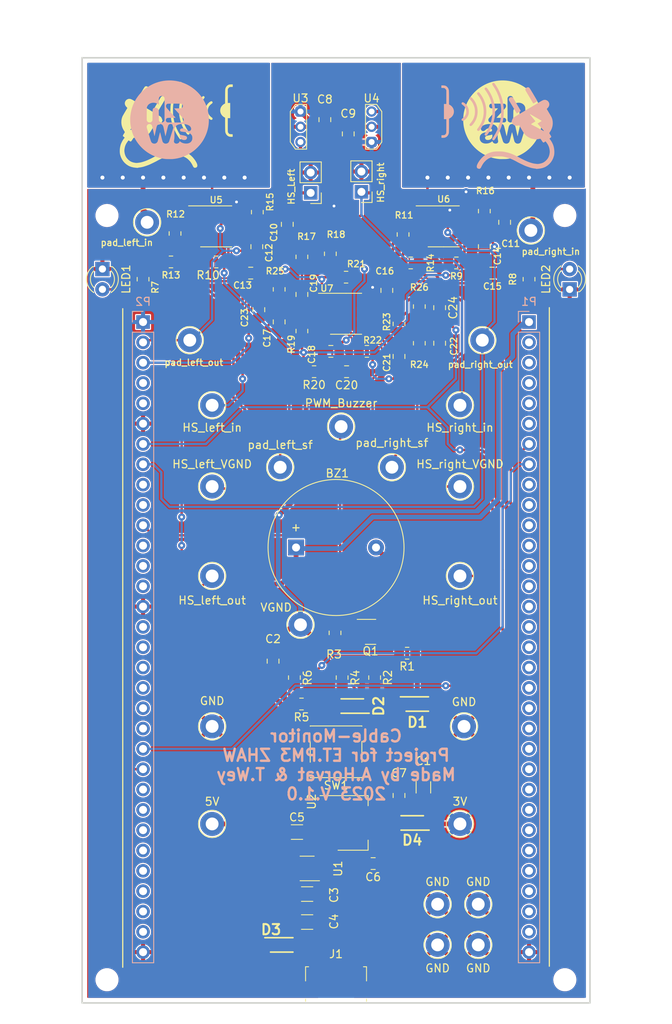
<source format=kicad_pcb>
(kicad_pcb (version 20221018) (generator pcbnew)
  (layers (0 "F.Cu" signal) (31 "B.Cu" signal) (34 "B.Paste" user) (35 "F.Paste" user) (36 "B.SilkS" user "B.Silkscreen") (37 "F.SilkS" user "F.Silkscreen") (38 "B.Mask" user) (39 "F.Mask" user) (44 "Edge.Cuts" user))
  (net 0 "")
  (net 1 "+5V")
  (net 2 "GND")
  (net 3 "PC13")
  (net 4 "PE5")
  (net 5 "PE3")
  (net 6 "PB7")
  (net 7 "Net-(LED1-A)")
  (net 8 "Net-(LED2-A)")
  (net 9 "PG14_")
  (net 12 "PD4")
  (net 13 "PD2")
  (net 14 "PD0_")
  (net 15 "PC11")
  (net 25 "+3V0")
  (net 26 "PF6")
  (net 27 "PF8_")
  (net 30 "PC1_")
  (net 31 "PC3")
  (net 34 "PA5")
  (net 41 "PE7_")
  (net 42 "PE9_")
  (net 43 "PE11_")
  (net 44 "PE13_")
  (net 45 "PE15_")
  (net 49 "PD9_")
  (net 52 "PD15_")
  (net 53 "PG3")
  (net 54 "pad_left")
  (net 56 "pad_right")
  (net 66 "Enable")
  (net 67 "VGND")
  (net 68 "Net-(U2-VI)")
  (net 69 "Net-(C17-Pad2)")
  (net 71 "Net-(BZ1-+)")
  (net 74 "Net-(U7A--)")
  (net 75 "unconnected-(J1-Shield-Pad6)")
  (net 76 "Net-(U7B--)")
  (net 77 "Net-(C21-Pad1)")
  (net 78 "Net-(U5A--)")
  (net 79 "Net-(U5B--)")
  (net 80 "Net-(U6A--)")
  (net 81 "Net-(U6B--)")
  (net 82 "Net-(U7A-+)")
  (net 83 "Net-(U7B-+)")
  (net 84 "/hall-sensor_left_right/in_left")
  (net 85 "/hall-sensor_left_right/in_right")
  (net 86 "Net-(R21-Pad1)")
  (net 87 "Net-(R23-Pad1)")
  (net 88 "Net-(D4-A)")
  (net 89 "Net-(D3-A)")
  (net 90 "Net-(C12-Pad1)")
  (net 91 "Net-(C14-Pad1)")
  (net 92 "Net-(C18-Pad2)")
  (net 93 "Net-(C22-Pad1)")
  (net 94 "Net-(D2-A)")
  (footprint "TestPoint:TestPoint_Loop_D2.60mm_Drill1.6mm_Beaded" (layer "F.Cu") (at 151.384 129.032)
    (fp_text reference "TP14" hide)
    (fp_text value "3V")
  )
  (footprint "Package_TO_SOT_SMD:TSOT-23-6_HandSoldering" (layer "F.Cu") (at 132.275 134.62 180)
    (fp_text reference "U1")
    (fp_text value "SiP32508")
  )
  (footprint "Package_TO_SOT_SMD:SOT-23" (layer "F.Cu") (at 140.208 105.029)
    (fp_text reference "Q1")
    (fp_text value "BSS316N")
  )
  (footprint "Package_SO:SOIC-8_3.9x4.9mm_P1.27mm" (layer "F.Cu") (at 120.904 54.356)
    (fp_text reference "U5")
    (fp_text value "MCP6002-xSN")
  )
  (footprint "Capacitor_SMD:C_0805_2012Metric_Pad1.18x1.45mm_HandSolder" (layer "F.Cu") (at 137.209 72.517 180)
    (fp_text reference "C20")
    (fp_text value "10uF")
  )
  (footprint "Capacitor_SMD:C_0805_2012Metric_Pad1.18x1.45mm_HandSolder" (layer "F.Cu") (at 154.432 56.896 90)
    (fp_text reference "C14")
    (fp_text value "18nF")
  )
  (footprint "Resistor_SMD:R_0805_2012Metric_Pad1.20x1.40mm_HandSolder" (layer "F.Cu") (at 139.749 69.977)
    (fp_text reference "R22")
    (fp_text value "1k")
  )
  (footprint "Package_SO:SOIC-8_3.9x4.9mm_P1.27mm" (layer "F.Cu") (at 149.352 54.356)
    (fp_text reference "U6")
    (fp_text value "MCP6002-xSN")
  )
  (footprint "Button_Switch_SMD:SW_SPST_PTS645" (layer "F.Cu") (at 135.89 120.015)
    (fp_text reference "SW1")
    (fp_text value "On / Off Button")
  )
  (footprint "Resistor_SMD:R_0805_2012Metric_Pad1.20x1.40mm_HandSolder" (layer "F.Cu") (at 145.226 58.928)
    (fp_text reference "R14")
    (fp_text value "7.5k")
  )
  (footprint "TestPoint:TestPoint_Loop_D2.60mm_Drill1.6mm_Beaded" (layer "F.Cu") (at 128.905 84.455)
    (fp_text reference "TP19" hide)
    (fp_text value "pad_left_sf")
  )
  (footprint "Capacitor_SMD:C_0805_2012Metric_Pad1.18x1.45mm_HandSolder" (layer "F.Cu") (at 129.794 54.102 90)
    (fp_text reference "C10")
    (fp_text value "100n")
  )
  (footprint "TestPoint:TestPoint_Loop_D2.60mm_Drill1.6mm_Beaded" (layer "F.Cu") (at 117.602 68.58)
    (fp_text reference "TP12" hide)
    (fp_text value "pad_left_out")
  )
  (footprint "TestPoint:TestPoint_Loop_D2.60mm_Drill1.6mm_Beaded" (layer "F.Cu") (at 151.384 76.708)
    (fp_text reference "TP16" hide)
    (fp_text value "HS_right_in")
  )
  (footprint "LED_THT:LED_D3.0mm" (layer "F.Cu") (at 165.1 62.235 90)
    (fp_text reference "LED2")
    (fp_text value "LEDred_3mm")
  )
  (footprint "TestPoint:TestPoint_Loop_D2.60mm_Drill1.6mm_Beaded" (layer "F.Cu") (at 136.525 79.375)
    (fp_text reference "TP7" hide)
    (fp_text value "PWM_Buzzer")
  )
  (footprint "HW_template:TO-92Flat_wide" (layer "F.Cu") (at 131.445 40.64 -90)
    (fp_text reference "U3")
    (fp_text value "DRV5053_THT")
  )
  (footprint "TestPoint:TestPoint_Loop_D2.60mm_Drill1.6mm_Beaded" (layer "F.Cu") (at 142.875 84.455)
    (fp_text reference "TP20" hide)
    (fp_text value "pad_right_sf")
  )
  (footprint "TestPoint:TestPoint_Loop_D2.60mm_Drill1.6mm_Beaded" (layer "F.Cu") (at 153.67 139.065)
    (fp_text reference "TP4" hide)
    (fp_text value "GND")
  )
  (footprint "Resistor_SMD:R_0805_2012Metric_Pad1.20x1.40mm_HandSolder" (layer "F.Cu") (at 133.145 72.517 180)
    (fp_text reference "R20")
    (fp_text value "100k")
  )
  (footprint "Capacitor_SMD:C_0805_2012Metric_Pad1.18x1.45mm_HandSolder" (layer "F.Cu") (at 125.222 60.198)
    (fp_text reference "C13")
    (fp_text value "330nF")
  )
  (footprint "Capacitor_SMD:C_0805_2012Metric_Pad1.18x1.45mm_HandSolder" (layer "F.Cu") (at 128.778 66.294 90)
    (fp_text reference "C17")
    (fp_text value "100nF")
  )
  (footprint "Resistor_SMD:R_0805_2012Metric_Pad1.20x1.40mm_HandSolder" (layer "F.Cu") (at 131.621 58.166 -90)
    (fp_text reference "R17")
    (fp_text value "18k")
  )
  (footprint "Resistor_SMD:R_0805_2012Metric_Pad1.20x1.40mm_HandSolder" (layer "F.Cu") (at 137.144 60.706)
    (fp_text reference "R21")
    (fp_text value "1M")
  )
  (footprint "Resistor_SMD:R_0805_2012Metric_Pad1.20x1.40mm_HandSolder" (layer "F.Cu") (at 130.683 110.744 -90)
    (fp_text reference "R6")
    (fp_text value "43k")
  )
  (footprint "Capacitor_SMD:C_0805_2012Metric_Pad1.18x1.45mm_HandSolder" (layer "F.Cu") (at 128.016 108.6905 -90)
    (fp_text reference "C2")
    (fp_text value "220nF")
  )
  (footprint "Capacitor_SMD:C_0805_2012Metric_Pad1.18x1.45mm_HandSolder" (layer "F.Cu") (at 137.414 42.799 -90)
    (fp_text reference "C9")
    (fp_text value "100nF")
  )
  (footprint "Resistor_SMD:R_0805_2012Metric_Pad1.20x1.40mm_HandSolder" (layer "F.Cu") (at 135.763 105.156 -90)
    (fp_text reference "R3")
    (fp_text value "100k")
  )
  (footprint "Capacitor_SMD:C_0805_2012Metric_Pad1.18x1.45mm_HandSolder" (layer "F.Cu") (at 142.24 62.357 90)
    (fp_text reference "C16")
    (fp_text value "100n")
  )
  (footprint "TestPoint:TestPoint_Loop_D2.60mm_Drill1.6mm_Beaded" (layer "F.Cu") (at 154.178 68.58)
    (fp_text reference "TP13" hide)
    (fp_text value "pad_right_out")
  )
  (footprint "Package_TO_SOT_SMD:SOT-223-3_TabPin2" (layer "F.Cu") (at 137.99 128.905)
    (fp_text reference "U2")
    (fp_text value "LD1117S33TR")
  )
  (footprint "TestPoint:TestPoint_Loop_D2.60mm_Drill1.6mm_Beaded" (layer "F.Cu") (at 120.396 116.84 180)
    (fp_text reference "TP2" hide)
    (fp_text value "GND")
  )
  (footprint "Resistor_SMD:R_0805_2012Metric_Pad1.20x1.40mm_HandSolder" (layer "F.Cu") (at 111.76 60.96 90)
    (fp_text reference "R7")
    (fp_text value "62")
  )
  (footprint "Resistor_SMD:R_0805_2012Metric_Pad1.20x1.40mm_HandSolder" (layer "F.Cu") (at 136.652 110.744 -90)
    (fp_text reference "R4")
    (fp_text value "10k")
  )
  (footprint "Resistor_SMD:R_0805_2012Metric_Pad1.20x1.40mm_HandSolder" (layer "F.Cu") (at 128.778 62.23 -90)
    (fp_text reference "R25")
    (fp_text value "18k")
  )
  (footprint "MountingHole:MountingHole_2.2mm_M2" (layer "F.Cu") (at 164.5 148.5)
    (fp_text reference "H1" hide)
    (fp_text value "MountingHole")
  )
  (footprint "Resistor_SMD:R_0805_2012Metric_Pad1.20x1.40mm_HandSolder" (layer "F.Cu") (at 126.049 52.578 -90)
    (fp_text reference "R15")
    (fp_text value "560k")
  )
  (footprint "Capacitor_SMD:C_0805_2012Metric_Pad1.18x1.45mm_HandSolder" (layer "F.Cu") (at 131.621 62.865 -90)
    (fp_text reference "C19")
    (fp_text value "10uF")
  )
  (footprint "Capacitor_SMD:C_1206_3216Metric_Pad1.33x1.80mm_HandSolder" (layer "F.Cu") (at 131.005 130.048)
    (fp_text reference "C5")
    (fp_text value "100uF")
  )
  (footprint "Resistor_SMD:R_0805_2012Metric_Pad1.20x1.40mm_HandSolder" (layer "F.Cu") (at 146.304 68.961 -90)
    (fp_text reference "R24")
    (fp_text value "1k")
  )
  (footprint "MountingHole:MountingHole_2.2mm_M2" (layer "F.Cu") (at 107.25 148.5)
    (fp_text reference "H2" hide)
    (fp_text value "MountingHole")
  )
  (footprint "HW_template:TO-92Flat_wide" (layer "F.Cu") (at 140.335 43.18 90)
    (fp_text reference "U4")
    (fp_text value "DRV5053_THT")
  )
  (footprint "TestPoint:TestPoint_Loop_D2.60mm_Drill1.6mm_Beaded" (layer "F.Cu") (at 112.268 53.848)
    (fp_text reference "TP9" hide)
    (fp_text value "pad_left_in")
  )
  (footprint "LED_THT:LED_D3.0mm" (layer "F.Cu") (at 106.68 59.685 -90)
    (fp_text reference "LED1")
    (fp_text value "LEDred_3mm")
  )
  (footprint "Resistor_SMD:R_0805_2012Metric_Pad1.20x1.40mm_HandSolder" (layer "F.Cu") (at 115.759 55.245 -90)
    (fp_text reference "R12")
    (fp_text value "5.1k")
  )
  (footprint "Capacitor_SMD:C_0805_2012Metric_Pad1.18x1.45mm_HandSolder" (layer "F.Cu") (at 148.844 64.516 -90)
    (fp_text reference "C24")
    (fp_text value "100nF")
  )
  (footprint "LOGO" (layer "F.Cu") (at 156.718 41.021)
    (fp_text reference "G***" hide)
    (fp_text value "LOGO" hide)
  )
  (footprint "TestPoint:TestPoint_Loop_D2.60mm_Drill1.6mm_Beaded" (layer "F.Cu") (at 160.25 54.864)
    (fp_text reference "TP10" hide)
    (fp_text value "pad_right_in")
  )
  (footprint "TestPoint:TestPoint_Loop_D2.60mm_Drill1.6mm_Beaded" (layer "F.Cu") (at 120.396 129.032)
    (fp_text reference "TP11" hide)
    (fp_text value "5V")
  )
  (footprint "Capacitor_SMD:C_0805_2012Metric_Pad1.18x1.45mm_HandSolder" (layer "F.Cu") (at 155.386 60.198)
    (fp_text reference "C15")
    (fp_text value "330nF")
  )
  (footprint "Resistor_SMD:R_0805_2012Metric_Pad1.20x1.40mm_HandSolder" (layer "F.Cu") (at 154.432 52.451 -90)
    (fp_text reference "R16")
    (fp_text value "560k")
  )
  (footprint "TestPoint:TestPoint_Loop_D2.60mm_Drill1.6mm_Beaded" (layer "F.Cu") (at 148.59 139.065)
    (fp_text reference "TP5" hide)
    (fp_text value "GND")
  )
  (footprint "Connector_USB:USB_Micro-B_Molex_47346-0001" (layer "F.Cu") (at 135.89 148.59)
    (fp_text reference "J1")
    (fp_text value "USB_B_Micro")
  )
  (footprint "TestPoint:TestPoint_Loop_D2.60mm_Drill1.6mm_Beaded" (layer "F.Cu") (at 151.384 98.044)
    (fp_text reference "TP18" hide)
    (fp_text value "HS_right_out")
  )
  (footprint "Capacitor_SMD:C_1206_3216Metric_Pad1.33x1.80mm_HandSolder" (layer "F.Cu") (at 146.812 124.46 90)
    (fp_text reference "C1")
    (fp_text value "100uF")
  )
  (footprint "TestPoint:TestPoint_Loop_D2.60mm_Drill1.6mm_Beaded" (layer "F.Cu") (at 151.384 86.868)
    (fp_text reference "TP22" hide)
    (fp_text value "HS_right_VGND")
  )
  (footprint "Capacitor_SMD:C_0805_2012Metric_Pad1.18x1.45mm_HandSolder" (layer "F.Cu") (at 156.972 53.848 -90)
    (fp_text reference "C11")
    (fp_text value "100n")
  )
  (footprint "Capacitor_SMD:C_0805_2012Metric_Pad1.18x1.45mm_HandSolder" (layer "F.Cu") (at 134.493 41.021 -90)
    (fp_text reference "C8")
    (fp_text value "100nF")
  )
  (footprint "SS13L_R3G:SODFL3618X143N" (layer "F.Cu") (at 137.922 114.3 180)
    (fp_text reference "D2")
    (fp_text value "SS13L_R3G" hide)
  )
  (footprint "TestPoint:TestPoint_Loop_D2.60mm_Drill1.6mm_Beaded" (layer "F.Cu") (at 120.396 86.868)
    (fp_text reference "TP21" hide)
    (fp_text value "HS_left_VGND")
  )
  (footprint "Resistor_SMD:R_0805_2012Metric_Pad1.20x1.40mm_HandSolder" (layer "F.Cu") (at 144.78 107.696 180)
    (fp_text reference "R1")
    (fp_text value "10k")
  )
  (footprint "TestPoint:TestPoint_Loop_D2.60mm_Drill1.6mm_Beaded" (layer "F.Cu") (at 153.67 144.145)
    (fp_text reference "TP3" hide)
    (fp_text value "GND")
  )
  (footprint "Resistor_SMD:R_0805_2012Metric_Pad1.20x1.40mm_HandSolder" (layer "F.Cu") (at 143.764 66.548 -90)
    (fp_text reference "R23")
    (fp_text value "1M")
  )
  (footprint "SS13L_R3G:SODFL3618X143N" (layer "F.Cu") (at 145.415 128.905 180)
    (fp_text reference "D4")
    (fp_text value "SS13L_R3G" hide)
  )
  (footprint "Resistor_SMD:R_0805_2012Metric_Pad1.20x1.40mm_HandSolder" (layer "F.Cu") (at 144.272 55.372 -90)
    (fp_text reference "R11")
    (fp_text value "5.1k")
  )
  (footprint "Buzzer_Beeper:Buzzer_D14mm_H7mm_P10mm" (layer "F.Cu") (at 130.89 94.488)
    (fp_text reference "BZ1")
    (fp_text value "Buzzer")
  )
  (footprint "Resistor_SMD:R_0805_2012Metric_Pad1.20x1.40mm_HandSolder" (layer "F.Cu") (at 146.304 64.373 -90)
    (fp_text reference "R26")
    (fp_text value "18k")
  )
  (footprint "Resistor_SMD:R_0805_2012Metric_Pad1.20x1.40mm_HandSolder" (layer "F.Cu") (at 120.904 58.801)
    (fp_text reference "R10")
    (fp_text value "1M")
  )
  (footprint "MountingHole:MountingHole_2.2mm_M2" (layer "F.Cu") (at 107.25 53)
    (fp_text reference "H3" hide)
    (fp_text value "MountingHole")
  )
  (footprint "TestPoint:TestPoint_Loop_D2.60mm_Drill1.6mm_Beaded" (layer "F.Cu") (at 148.59 144.145)
    (fp_text reference "TP6" hide)
    (fp_text value "GND")
  )
  (footprint "Resistor_SMD:R_0805_2012Metric_Pad1.20x1.40mm_HandSolder" (layer "F.Cu") (at 150.941 58.928)
    (fp_text reference "R9")
    (fp_text value "1M")
  )
  (footprint "Capacitor_SMD:C_0805_2012Metric_Pad1.18x1.45mm_HandSolder" (layer "F.Cu") (at 135.239 69.977)
    (fp_text reference "C18")
    (fp_text value "100nF")
  )
  (footprint "Resistor_SMD:R_0805_2012Metric_Pad1.20x1.40mm_HandSolder" (layer "F.Cu") (at 131.572 114.046 180)
    (fp_text reference "R5")
    (fp_text value "30k")
  )
  (footprint "Resistor_SMD:R_0805_2012Metric_Pad1.20x1.40mm_HandSolder" (layer "F.Cu") (at 160.02 60.96 90)
    (fp_text reference "R8")
    (fp_text value "62")
  )
  (footprint "Connector_PinHeader_2.54mm:PinHeader_1x02_P2.54mm_Vertical" (layer "F.Cu") (at 132.715 50.17 180)
    (fp_text reference "HS_Left")
    (fp_text value "Conn_01x02_Male")
  )
  (footprint "Capacitor_SMD:C_0805_2012Metric_Pad1.18x1.45mm_HandSolder" (layer "F.Cu") (at 125.984 56.896 90)
    (fp_text reference "C12")
    (fp_text value "18nF")
  )
  (footprint "Resistor_SMD:R_0805_2012Metric_Pad1.20x1.40mm_HandSolder" (layer "F.Cu") (at 135.177 57.785 -90)
    (fp_text reference "R18")
    (fp_text value "18k")
  )
  (footprint "Capacitor_SMD:C_0805_2012Metric_Pad1.18x1.45mm_HandSolder" (layer "F.Cu") (at 126.238 64.77 -90)
    (fp_text reference "C23")
    (fp_text value "100nF")
  )
  (footprint "Capacitor_SMD:C_1206_3216Metric_Pad1.33x1.80mm_HandSolder" (layer "F.Cu") (at 132.275 141.29)
    (fp_text reference "C4")
    (fp_text value "100uF")
  )
  (footprint "TestPoint:TestPoint_Loop_D2.60mm_Drill1.6mm_Beaded" (layer "F.Cu") (at 131.445 104.14)
    (fp_text reference "TP8" hide)
    (fp_text value "VGND")
  )
  (footprint "LOGO" (layer "F.Cu") (at 115.316 40.894)
    (fp_text reference "G***" hide)
    (fp_text value "LOGO" hide)
  )
  (footprint "Resistor_SMD:R_0805_2012Metric_Pad1.20x1.40mm_HandSolder" (layer "F.Cu") (at 131.621 67.437 -90)
    (fp_text reference "R19")
    (fp_text value "100k")
  )
  (footprint "SS13L_R3G:SODFL3618X143N" (layer "F.Cu") (at 146.05 114.046)
    (fp_text reference "D1")
    (fp_text value "SS13L_R3G" hide)
  )
  (footprint "TestPoint:TestPoint_Loop_D2.60mm_Drill1.6mm_Beaded" (layer "F.Cu") (at 120.396 98.044)
    (fp_text reference "TP17" hide)
    (fp_text value "HS_left_out")
  )
  (footprint "Capacitor_SMD:C_1206_3216Metric_Pad1.33x1.80mm_HandSolder" (layer "F.Cu") (at 132.275 137.795)
    (fp_text reference "C3")
    (fp_text value "4.7uF")
  )
  (footprint "MountingHole:MountingHole_2.2mm_M2" (layer "F.Cu") (at 164.5 53)
    (fp_text reference "H4" hide)
    (fp_text value "MountingHole")
  )
  (footprint "Resistor_SMD:R_0805_2012Metric_Pad1.20x1.40mm_HandSolder" (layer "F.Cu") (at 115.251 58.801)
    (fp_text reference "R13")
    (fp_text value "7.5k")
  )
  (footprint "Capacitor_SMD:C_0805_2012Metric_Pad1.18x1.45mm_HandSolder" (layer "F.Cu") (at 143.764 125.476 90)
    (fp_text reference "C7")
    (fp_text value "10uF")
  )
  (footprint "Resistor_SMD:R_0805_2012Metric_Pad1.20x1.40mm_HandSolder" (layer "F.Cu") (at 140.716 110.744 -90)
    (fp_text reference "R2")
    (fp_text value "10k")
  )
  (footprint "TestPoint:TestPoint_Loop_D2.60mm_Drill1.6mm_Beaded" (layer "F.Cu") (at 151.892 116.84 180)
    (fp_text reference "TP1" hide)
    (fp_text value "GND")
  )
  (footprint "SS13L_R3G:SODFL3618X143N" (layer "F.Cu") (at 129.1 144.145)
    (fp_text reference "D3")
    (fp_text value "SS13L_R3G" hide)
  )
  (footprint "Connector_PinHeader_2.54mm:PinHeader_1x02_P2.54mm_Vertical" (layer "F.Cu") (at 139.065 50.043 180)
    (fp_text reference "HS_right")
    (fp_text value "Conn_01x02_Male")
  )
  (footprint "Capacitor_SMD:C_0805_2012Metric_Pad1.18x1.45mm_HandSolder" (layer "F.Cu") (at 148.844 68.961 90)
    (fp_text reference "C22")
    (fp_text value "10uF")
  )
  (footprint "TestPoint:TestPoint_Loop_D2.60mm_Drill1.6mm_Beaded" (layer "F.Cu") (at 120.396 76.708)
    (fp_text reference "TP15" hide)
    (fp_text value "HS_left_in")
  )
  (footprint "Package_SO:SOIC-8_3.9x4.9mm_P1.27mm" (layer "F.Cu") (at 137.144 65.278)
    (fp_text reference "U7")
    (fp_text value "MCP6002-xSN")
  )
  (footprint "Capacitor_SMD:C_0805_2012Metric_Pad1.18x1.45mm_HandSolder" (layer "F.Cu") (at 140.53 133.985 180)
    (fp_text reference "C6")
    (fp_text value "100nF")
  )
  (footprint "Capacitor_SMD:C_0805_2012Metric_Pad1.18x1.45mm_HandSolder" (layer "F.Cu") (at 143.764 70.612 90)
    (fp_text reference "C21")
    (fp_text value "10uF")
  )
  (footprint "Connector_PinSocket_2.54mm:PinSocket_1x32_P2.54mm_Vertical" (layer "B.Cu") (at 160.02 66.31 180)
    (fp_text reference "P1")
    (fp_text value "type=\"R\" model=\"Conn_01x32_Female\" lib=\"\"")
  )
  (footprint "LOGO" (layer "B.Cu") (at 115.062 41.021 180)
    (fp_text reference "G***" hide)
    (fp_text value "LOGO" hide)
  )
  (footprint "Connector_PinSocket_2.54mm:PinSocket_1x32_P2.54mm_Vertical" (layer "B.Cu") (at 111.76 66.31 180)
    (fp_text reference "P2")
    (fp_text value "type=\"R\" model=\"Conn_01x32_Female\" lib=\"\"")
  )
  (footprint "LOGO" (layer "B.Cu") (at 156.718 41.021 180)
    (fp_text reference "G***" hide)
    (fp_text value "LOGO" hide)
  )
  (gr_line (start 162.56 64.516) (end 162.56 146.812) (stroke (width 0.15)) (layer "F.SilkS"))
  (gr_line (start 109.22 64.643) (end 109.22 146.939) (stroke (width 0.15)) (layer "F.SilkS"))
  (gr_rect (start 104.14 33.29) (end 167.64 151.4) (stroke (width 0.2)) (fill none) (layer "Edge.Cuts"))
  (gr_text "Cable-Monitor\nProject for ET.PM3 ZHAW\nMade by A.Horvat & T.Wey\n2023 V.1.0" (at 135.900911 121.666) (layer "B.SilkS") (effects (font (size 1.5 1.5) (thickness 0.3)) (justify mirror)))
  (segment (start 130.3315 138.176) (end 128.27 138.176) (width 0.6) (layer "F.Cu") (net 1))
  (segment (start 130.565 134.62) (end 130.565 135.57) (width 0.6) (layer "F.Cu") (net 1))
  (segment (start 130.89 94.488) (end 130.89 97.202) (width 0.6) (layer "F.Cu") (net 1))
  (segment (start 130.565 135.57) (end 130.565 137.6475) (width 0.6) (layer "F.Cu") (net 1))
  (segment (start 131.91 122.265) (end 139.87 122.265) (width 0.6) (layer "F.Cu") (net 1))
  (segment (start 127.254 99.06) (end 125.984 100.33) (width 0.6) (layer "F.Cu") (net 1))
  (segment (start 128.524 130.9665) (end 129.4425 130.048) (width 0.6) (layer "F.Cu") (net 1))
  (segment (start 127.254 133.858) (end 127.254 132.2365) (width 0.6) (layer "F.Cu") (net 1))
  (segment (start 130.565 137.6475) (end 130.7125 137.795) (width 0.6) (layer "F.Cu") (net 1))
  (segment (start 131.91 122.265) (end 130.465 122.265) (width 0.6) (layer "F.Cu") (net 1))
  (segment (start 130.7125 137.795) (end 130.3315 138.176) (width 0.6) (layer "F.Cu") (net 1))
  (segment (start 129.032 122.936) (end 129.032 129.6375) (width 0.6) (layer "F.Cu") (net 1))
  (segment (start 129.703 122.265) (end 129.032 122.936) (width 0.6) (layer "F.Cu") (net 1))
  (segment (start 127.254 132.2365) (end 128.524 130.9665) (width 0.6) (layer "F.Cu") (net 1))
  (segment (start 128.27 138.176) (end 127.55 138.896) (width 0.6) (layer "F.Cu") (net 1))
  (segment (start 129.032 114.046) (end 129.032 121.412) (width 0.6) (layer "F.Cu") (net 1))
  (segment (start 125.984 110.998) (end 129.032 114.046) (width 0.6) (layer "F.Cu") (net 1))
  (segment (start 126.5895 129.032) (end 120.396 129.032) (width 0.6) (layer "F.Cu") (net 1))
  (segment (start 130.89 97.202) (end 129.032 99.06) (width 0.6) (layer "F.Cu") (net 1))
  (segment (start 128.016 134.62) (end 127.254 133.858) (width 0.6) (layer "F.Cu") (net 1))
  (segment (start 128.524 130.9665) (end 126.5895 129.032) (width 0.6) (layer "F.Cu") (net 1))
  (segment (start 130.565 134.62) (end 128.016 134.62) (width 0.6) (layer "F.Cu") (net 1))
  (segment (start 129.885 122.265) (end 130.465 122.265) (width 0.6) (layer "F.Cu") (net 1))
  (segment (start 129.032 99.06) (end 127.254 99.06) (width 0.6) (layer "F.Cu") (net 1))
  (segment (start 125.984 100.33) (end 125.984 110.998) (width 0.6) (layer "F.Cu") (net 1))
  (segment (start 130.89 94.488) (end 131.144 94.742) (width 0.3) (layer "F.Cu") (net 1))
  (segment (start 129.032 121.412) (end 129.885 122.265) (width 0.6) (layer "F.Cu") (net 1))
  (segment (start 130.465 122.265) (end 129.703 122.265) (width 0.6) (layer "F.Cu") (net 1))
  (segment (start 129.032 129.6375) (end 129.4425 130.048) (width 0.6) (layer "F.Cu") (net 1))
  (segment (start 127.55 138.896) (end 127.55 144.145) (width 0.6) (layer "F.Cu") (net 1))
  (segment (start 140.462 90.678) (end 136.525 94.615) (width 0.6) (layer "B.Cu") (net 1))
  (segment (start 156.21 88.392) (end 153.924 90.678) (width 0.6) (layer "B.Cu") (net 1))
  (segment (start 156.21 72.39) (end 156.21 88.392) (width 0.6) (layer "B.Cu") (net 1))
  (segment (start 160.02 66.31) (end 159.496 66.31) (width 0.6) (layer "B.Cu") (net 1))
  (segment (start 159.496 66.31) (end 157.988 67.818) (width 0.6) (layer "B.Cu") (net 1))
  (segment (start 136.525 94.615) (end 131.017 94.615) (width 0.6) (layer "B.Cu") (net 1))
  (segment (start 131.017 94.615) (end 130.89 94.488) (width 0.6) (layer "B.Cu") (net 1))
  (segment (start 157.988 67.818) (end 157.988 70.612) (width 0.6) (layer "B.Cu") (net 1))
  (segment (start 153.924 90.678) (end 140.462 90.678) (width 0.6) (layer "B.Cu") (net 1))
  (segment (start 157.988 70.612) (end 156.21 72.39) (width 0.6) (layer "B.Cu") (net 1))
  (segment (start 157.734 83.836) (end 157.734 108.458) (width 0.3) (layer "F.Cu") (net 4))
  (segment (start 157.734 108.458) (end 152.146 114.046) (width 0.3) (layer "F.Cu") (net 4))
  (segment (start 160.02 81.55) (end 157.734 83.836) (width 0.3) (layer "F.Cu") (net 4))
  (segment (start 152.146 114.046) (end 147.6 114.046) (width 0.3) (layer "F.Cu") (net 4))
  (segment (start 130.556 114.046) (end 130.048 113.538) (width 0.3) (layer "F.Cu") (net 5))
  (segment (start 130.048 113.538) (end 130.048 112.379) (width 0.3) (layer "F.Cu") (net 5))
  (segment (start 131.588 111.744) (end 133.604 109.728) (width 0.3) (layer "F.Cu") (net 5))
  (segment (start 133.604 109.728) (end 134.112 109.22) (width 0.3) (layer "F.Cu") (net 5))
  (segment (start 130.683 111.744) (end 131.588 111.744) (width 0.3) (layer "F.Cu") (net 5))
  (segment (start 130.572 114.046) (end 130.556 114.046) (width 0.3) (layer "F.Cu") (net 5))
  (segment (start 130.048 112.379) (end 130.683 111.744) (width 0.3) (layer "F.Cu") (net 5))
  (via (at 134.112 109.22) (size 0.9) (drill 0.35) (layers "F.Cu" "B.Cu") (net 5))
  (segment (start 135.636 107.696) (end 153.416 107.696) (width 0.3) (layer "B.Cu") (net 5))
  (segment (start 158.734 84.09) (end 160.02 84.09) (width 0.3) (layer "B.Cu") (net 5))
  (segment (start 134.112 109.22) (end 135.636 107.696) (width 0.3) (layer "B.Cu") (net 5))
  (segment (start 156.718 89.662) (end 157.734 88.646) (width 0.3) (layer "B.Cu") (net 5))
  (segment (start 156.718 104.394) (end 156.718 89.662) (width 0.3) (layer "B.Cu") (net 5))
  (segment (start 153.416 107.696) (end 156.718 104.394) (width 0.3) (layer "B.Cu") (net 5))
  (segment (start 157.734 88.646) (end 157.734 85.09) (width 0.3) (layer "B.Cu") (net 5))
  (segment (start 157.734 85.09) (end 158.734 84.09) (width 0.3) (layer "B.Cu") (net 5))
  (segment (start 107.955 62.225) (end 110.22 59.96) (width 0.3) (layer "F.Cu") (net 7))
  (segment (start 106.68 62.225) (end 107.955 62.225) (width 0.3) (layer "F.Cu") (net 7))
  (segment (start 110.22 59.96) (end 111.76 59.96) (width 0.3) (layer "F.Cu") (net 7))
  (segment (start 165.1 59.695) (end 160.285 59.695) (width 0.3) (layer "F.Cu") (net 8))
  (segment (start 160.285 59.695) (end 160.02 59.96) (width 0.3) (layer "F.Cu") (net 8))
  (segment (start 132.3125 55.1395) (end 129.794 55.1395) (width 0.6) (layer "F.Cu") (net 25))
  (segment (start 152.146 50.038) (end 155.956 50.038) (width 0.6) (layer "F.Cu") (net 25))
  (segment (start 134.493 42.545) (end 135.636 43.688) (width 0.6) (layer "F.Cu") (net 25))
  (segment (start 146.05 107.966) (end 145.78 107.696) (width 0.6) (layer "F.Cu") (net 25))
  (segment (start 132.588 41.148) (end 133.5825 41.148) (width 0.6) (layer "F.Cu") (net 25))
  (segment (start 142.2185 63.373) (end 142.24 63.3945) (width 0.6) (layer "F.Cu") (net 25))
  (segment (start 135.636 43.688) (end 137.2655 43.688) (width 0.6) (layer "F.Cu") (net 25))
  (segment (start 133.5825 41.148) (end 134.493 42.0585) (width 0.6) (layer "F.Cu") (net 25))
  (segment (start 147.092 129.032) (end 146.965 128.905) (width 0.6) (layer "F.Cu") (net 25))
  (segment (start 134.493 42.0585) (end 134.493 42.545) (width 0.6) (layer "F.Cu") (net 25))
  (segment (start 131.445 40.005) (end 132.588 41.148) (width 0.6) (layer "F.Cu") (net 25))
  (segment (start 148.844 124.714) (end 148.844 119.634) (width 0.6) (layer "F.Cu") (net 25))
  (segment (start 137.2655 43.688) (end 137.414 43.8365) (width 0.4) (layer "F.Cu") (net 25))
  (segment (start 151.384 129.032) (end 147.092 129.032) (width 0.6) (layer "F.Cu") (net 25))
  (segment (start 151.827 52.451) (end 150.241 52.451) (width 0.6) (layer "F.Cu") (net 25))
  (segment (start 135.636 43.688) (end 135.636 51.816) (width 0.6) (layer "F.Cu") (net 25))
  (segment (start 150.241 52.451) (end 150.114 52.324) (width 0.6) (layer "F.Cu") (net 25))
  (segment (start 139.619 62.819) (end 140.462 61.976) (width 0.6) (layer "F.Cu") (net 25))
  (segment (start 147.5355 126.0225) (end 148.844 124.714) (width 0.6) (layer "F.Cu") (net 25))
  (segment (start 146.812 128.752) (end 146.965 128.905) (width 0.6) (layer "F.Cu") (net 25))
  (segment (start 123.379 52.451) (end 123.379 51.373) (width 0.6) (layer "F.Cu") (net 25))
  (segment (start 140.335 43.815) (end 137.4355 43.815) (width 0.6) (layer "F.Cu") (net 25))
  (segment (start 156.972 51.054) (end 156.972 52.8105) (width 0.6) (layer "F.Cu") (net 25))
  (segment (start 137.4355 43.815) (end 137.414 43.8365) (width 0.4) (layer "F.Cu") (net 25))
  (segment (start 146.812 126.0225) (end 147.5355 126.0225) (width 0.6) (layer "F.Cu") (net 25))
  (segment (start 155.956 50.038) (end 156.972 51.054) (width 0.6) (layer "F.Cu") (net 25))
  (segment (start 148.844 119.634) (end 146.05 116.84) (width 0.6) (layer "F.Cu") (net 25))
  (segment (start 146.812 126.0225) (end 146.812 128.752) (width 0.6) (layer "F.Cu") (net 25))
  (segment (start 123.379 51.373) (end 123.444 51.308) (width 0.3) (layer "F.Cu") (net 25))
  (segment (start 146.05 116.84) (end 146.05 107.966) (width 0.6) (layer "F.Cu") (net 25))
  (segment (start 139.619 63.373) (end 139.619 62.819) (width 0.6) (layer "F.Cu") (net 25))
  (segment (start 135.636 51.816) (end 132.3125 55.1395) (width 0.6) (layer "F.Cu") (net 25))
  (segment (start 139.619 63.373) (end 142.2185 63.373) (width 0.6) (layer "F.Cu") (net 25))
  (via (at 150.114 52.324) (size 0.9) (drill 0.35) (layers "F.Cu" "B.Cu") (net 25))
  (via (at 135.636 51.816) (size 0.9) (drill 0.35) (layers "F.Cu" "B.Cu") (net 25))
  (via (at 140.462 61.976) (size 0.9) (drill 0.35) (layers "F.Cu" "B.Cu") (net 25))
  (via (at 123.444 51.308) (size 0.9) (drill 0.35) (layers "F.Cu" "B.Cu") (net 25))
  (via (at 152.146 50.038) (size 0.9) (drill 0.35) (layers "F.Cu" "B.Cu") (net 25))
  (segment (start 152.146 50.038) (end 151.13 50.038) (width 0.6) (layer "B.Cu") (net 25))
  (segment (start 150.114 51.054) (end 150.114 52.324) (width 0.6) (layer "B.Cu") (net 25))
  (segment (start 151.13 50.038) (end 150.114 51.054) (width 0.6) (layer "B.Cu") (net 25))
  (segment (start 125.984 55.8585) (end 124.46 57.3825) (width 0.3) (layer "F.Cu") (net 26))
  (segment (start 121.412 54.229) (end 121.412 54.61) (width 0.3) (layer "F.Cu") (net 26))
  (segment (start 121.666 53.467) (end 121.92 53.721) (width 0.3) (layer "F.Cu") (net 26))
  (segment (start 121.92 53.721) (end 121.412 54.229) (width 0.3) (layer "F.Cu") (net 26))
  (segment (start 124.46 57.3825) (end 124.46 57.404) (width 0.25) (layer "F.Cu") (net 26))
  (segment (start 121.666 51.816) (end 121.666 53.467) (width 0.3) (layer "F.Cu") (net 26))
  (segment (start 124.46 57.404) (end 123.444 57.404) (width 0.3) (layer "F.Cu") (net 26))
  (segment (start 112.03 68.58) (end 111.76 68.85) (width 0.3) (layer "F.Cu") (net 26))
  (segment (start 126.049 51.578) (end 125.017 50.546) (width 0.3) (layer "F.Cu") (net 26))
  (segment (start 121.92 53.721) (end 123.379 53.721) (width 0.3) (layer "F.Cu") (net 26))
  (segment (start 125.017 50.546) (end 122.936 50.546) (width 0.3) (layer "F.Cu") (net 26))
  (segment (start 122.936 50.546) (end 121.666 51.816) (width 0.3) (layer "F.Cu") (net 26))
  (segment (start 117.602 68.58) (end 112.03 68.58) (width 0.3) (layer "F.Cu") (net 26))
  (via (at 121.412 54.61) (size 0.9) (drill 0.35) (layers "F.Cu" "B.Cu") (net 26))
  (via (at 123.444 57.404) (size 0.9) (drill 0.35) (layers "F.Cu" "B.Cu") (net 26))
  (segment (start 120.396 58.801) (end 120.396 66.04) (width 0.3) (layer "B.Cu") (net 26))
  (segment (start 121.412 57.023) (end 121.412 54.61) (width 0.3) (layer "B.Cu") (net 26))
  (segment (start 122.428 57.404) (end 123.444 57.404) (width 0.3) (layer "B.Cu") (net 26))
  (segment (start 120.396 66.04) (end 117.856 68.58) (width 0.3) (layer "B.Cu") (net 26))
  (segment (start 117.856 68.58) (end 117.602 68.58) (width 0.3) (layer "B.Cu") (net 26))
  (segment (start 121.793 57.404) (end 120.396 58.801) (width 0.3) (layer "B.Cu") (net 26))
  (segment (start 122.428 57.404) (end 121.793 57.404) (width 0.3) (layer "B.Cu") (net 26))
  (segment (start 121.793 57.404) (end 121.412 57.023) (width 0.3) (layer "B.Cu") (net 26))
  (segment (start 126.238 63.578) (end 126.443 63.373) (width 0.3) (layer "F.Cu") (net 27))
  (segment (start 118.872 99.568) (end 117.856 99.568) (width 0.3) (layer "F.Cu") (net 27))
  (segment (start 116.586 72.898) (end 115.062 71.374) (width 0.3) (layer "F.Cu") (net 27))
  (segment (start 124.968 67.818) (end 124.968 68.326) (width 0.3) (layer "F.Cu") (net 27))
  (segment (start 116.586 98.298) (end 116.586 94.234) (width 0.3) (layer "F.Cu") (net 27))
  (segment (start 124.968 64.008) (end 124.968 67.818) (width 0.3) (layer "F.Cu") (net 27))
  (segment (start 116.586 90.678) (end 116.586 72.898) (width 0.3) (layer "F.Cu") (net 27))
  (segment (start 128.635 63.373) (end 128.778 63.23) (width 0.3) (layer "F.Cu") (net 27))
  (segment (start 120.396 98.044) (end 118.872 99.568) (width 0.3) (layer "F.Cu") (net 27))
  (segment (start 126.443 63.373) (end 128.635 63.373) (width 0.3) (layer "F.Cu") (net 27))
  (segment (start 115.062 71.374) (end 115.046 71.39) (width 0.3) (layer "F.Cu") (net 27))
  (segment (start 117.856 99.568) (end 116.586 98.298) (width 0.3) (layer "F.Cu") (net 27))
  (segment (start 126.238 63.7325) (end 125.2435 63.7325) (width 0.3) (layer "F.Cu") (net 27))
  (segment (start 126.238 63.7325) (end 126.238 63.578) (width 0.3) (layer "F.Cu") (net 27))
  (segment (start 125.2435 63.7325) (end 124.968 64.008) (width 0.3) (layer "F.Cu") (net 27))
  (segment (start 115.046 71.39) (end 111.76 71.39) (width 0.3) (layer "F.Cu") (net 27))
  (via (at 124.968 68.326) (size 0.9) (drill 0.35) (layers "F.Cu" "B.Cu") (net 27))
  (via (at 116.586 90.678) (size 0.9) (drill 0.35) (layers "F.Cu" "B.Cu") (net 27))
  (via (at 116.586 94.234) (size 0.9) (drill 0.35) (layers "F.Cu" "B.Cu") (net 27))
  (segment (start 116.586 94.234) (end 116.586 90.678) (width 0.3) (layer "B.Cu") (net 27))
  (segment (start 124.968 69.342) (end 122.92 71.39) (width 0.3) (layer "B.Cu") (net 27))
  (segment (start 124.968 68.326) (end 124.968 69.342) (width 0.3) (layer "B.Cu") (net 27))
  (segment (start 122.92 71.39) (end 111.76 71.39) (width 0.3) (layer "B.Cu") (net 27))
  (segment (start 150.368 66.802) (end 147.32 66.802) (width 0.3) (layer "F.Cu") (net 30))
  (segment (start 154.178 82.296) (end 155.448 83.566) (width 0.3) (layer "F.Cu") (net 30))
  (segment (start 147.32 66.802) (end 146.304 65.786) (width 0.3) (layer "F.Cu") (net 30))
  (segment (start 146.304 65.786) (end 146.304 65.373) (width 0.3) (layer "F.Cu") (net 30))
  (segment (start 151.384 82.296) (end 154.178 82.296) (width 0.3) (layer "F.Cu") (net 30))
  (segment (start 153.416 98.044) (end 151.384 98.044) (width 0.3) (layer "F.Cu") (net 30))
  (segment (start 150.876 67.31) (end 150.368 66.802) (width 0.3) (layer "F.Cu") (net 30))
  (segment (start 155.448 83.566) (end 155.448 96.012) (width 0.3) (layer "F.Cu") (net 30))
  (segment (start 146.304 65.373) (end 146.717 65.373) (width 0.3) (layer "F.Cu") (net 30))
  (segment (start 146.717 65.373) (end 148.6115 63.4785) (width 0.3) (layer "F.Cu") (net 30))
  (segment (start 148.6115 63.4785) (end 148.844 63.4785) (width 0.3) (layer "F.Cu") (net 30))
  (segment (start 155.448 96.012) (end 153.416 98.044) (width 0.3) (layer "F.Cu") (net 30))
  (via (at 151.384 82.296) (size 0.9) (drill 0.35) (layers "F.Cu" "B.Cu") (net 30))
  (via (at 150.876 67.31) (size 0.9) (drill 0.35) (layers "F.Cu" "B.Cu") (net 30))
  (segment (start 149.86 79.502) (end 149.86 79.756) (width 0.3) (layer "B.Cu") (net 30))
  (segment (start 149.86 81.534) (end 150.622 82.296) (width 0.3) (layer "B.Cu") (net 30))
  (segment (start 124.206 76.962) (end 119.618 81.55) (width 0.3) (layer "B.Cu") (net 30))
  (segment (start 147.32 76.962) (end 124.206 76.962) (width 0.3) (layer "B.Cu") (net 30))
  (segment (start 147.32 76.962) (end 149.86 79.502) (width 0.3) (layer "B.Cu") (net 30))
  (segment (start 149.86 79.756) (end 149.86 81.534) (width 0.3) (layer "B.Cu") (net 30))
  (segment (start 150.876 67.31) (end 150.876 73.406) (width 0.3) (layer "B.Cu") (net 30))
  (segment (start 150.622 82.296) (end 151.384 82.296) (width 0.3) (layer "B.Cu") (net 30))
  (segment (start 119.618 81.55) (end 111.76 81.55) (width 0.3) (layer "B.Cu") (net 30))
  (segment (start 150.876 73.406) (end 147.32 76.962) (width 0.3) (layer "B.Cu") (net 30))
  (segment (start 154.9185 55.8585) (end 155.702 56.642) (width 0.3) (layer "F.Cu") (net 31))
  (segment (start 154.432 55.8585) (end 154.9185 55.8585) (width 0.3) (layer "F.Cu") (net 31))
  (segment (start 149.86 54.356) (end 149.86 55.118) (width 0.3) (layer "F.Cu") (net 31))
  (segment (start 149.733 53.721) (end 150.495 53.721) (width 0.3) (layer "F.Cu") (net 31))
  (segment (start 155.702 56.642) (end 155.702 56.896) (width 0.3) (layer "F.Cu") (net 31))
  (segment (start 154.432 51.451) (end 149.717 51.451) (width 0.3) (layer "F.Cu") (net 31))
  (segment (start 149.717 51.451) (end 149.352 51.816) (width 0.3) (layer "F.Cu") (net 31))
  (segment (start 150.495 53.721) (end 149.86 54.356) (width 0.3) (layer "F.Cu") (net 31))
  (segment (start 150.495 53.721) (end 151.827 53.721) (width 0.3) (layer "F.Cu") (net 31))
  (segment (start 149.352 53.34) (end 149.733 53.721) (width 0.3) (layer "F.Cu") (net 31))
  (segment (start 149.352 51.816) (end 149.352 53.34) (width 0.3) (layer "F.Cu") (net 31))
  (via (at 155.702 56.896) (size 0.9) (drill 0.35) (layers "F.Cu" "B.Cu") (net 31))
  (via (at 149.86 55.118) (size 0.9) (drill 0.35) (layers "F.Cu" "B.Cu") (net 31))
  (segment (start 154.178 88.392) (end 153.162 89.408) (width 0.3) (layer "B.Cu") (net 31))
  (segment (start 113.046 84.09) (end 111.76 84.09) (width 0.3) (layer "B.Cu") (net 31))
  (segment (start 155.702 57.912) (end 155.702 66.294) (width 0.3) (layer "B.Cu") (net 31))
  (segment (start 114.046 88.392) (end 114.046 85.09) (width 0.3) (layer "B.Cu") (net 31))
  (segment (start 115.062 89.408) (end 114.046 88.392) (width 0.3) (layer "B.Cu") (net 31))
  (segment (start 155.194 57.404) (end 155.702 56.896) (width 0.3) (layer "B.Cu") (net 31))
  (segment (start 154.178 67.818) (end 154.178 68.58) (width 0.3) (layer "B.Cu") (net 31))
  (segment (start 154.178 68.58) (end 154.178 88.392) (width 0.3) (layer "B.Cu") (net 31))
  (segment (start 152.146 57.404) (end 155.194 57.404) (width 0.3) (layer "B.Cu") (net 31))
  (segment (start 149.86 55.118) (end 152.146 57.404) (width 0.3) (layer "B.Cu") (net 31))
  (segment (start 155.702 66.294) (end 154.178 67.818) (width 0.3) (layer "B.Cu") (net 31))
  (segment (start 155.194 57.404) (end 155.702 57.912) (width 0.3) (layer "B.Cu") (net 31))
  (segment (start 114.046 85.09) (end 113.046 84.09) (width 0.3) (layer "B.Cu") (net 31))
  (segment (start 153.162 89.408) (end 115.062 89.408) (width 0.3) (layer "B.Cu") (net 31))
  (segment (start 136.525 79.375) (end 136.398 79.502) (width 0.3) (layer "F.Cu") (net 34))
  (segment (start 136.398 93.218) (end 136.144 92.964) (width 0.3) (layer "F.Cu") (net 34))
  (segment (start 136.398 102.108) (end 136.398 93.218) (width 0.3) (layer "F.Cu") (net 34))
  (segment (start 135.763 104.156) (end 135.763 102.743) (width 0.3) (layer "F.Cu") (net 34))
  (segment (start 136.398 92.456) (end 135.89 92.964) (width 0.3) (layer "F.Cu") (net 34))
  (segment (start 136.144 92.964) (end 135.382 92.964) (width 0.3) (layer "F.Cu") (net 34))
  (segment (start 136.398 79.502) (end 136.398 92.456) (width 0.3) (layer "F.Cu") (net 34))
  (segment (start 135.763 102.743) (end 136.398 102.108) (width 0.3) (layer "F.Cu") (net 34))
  (segment (start 135.382 92.964) (end 113.014 92.964) (width 0.3) (layer "F.Cu") (net 34))
  (segment (start 135.89 92.964) (end 135.382 92.964) (width 0.3) (layer "F.Cu") (net 34))
  (segment (start 135.763 104.156) (end 135.84 104.079) (width 0.3) (layer "F.Cu") (net 34))
  (segment (start 113.014 92.964) (end 111.76 91.71) (width 0.3) (layer "F.Cu") (net 34))
  (segment (start 135.84 104.079) (end 139.2705 104.079) (width 0.3) (layer "F.Cu") (net 34))
  (segment (start 160.02 61.96) (end 156.718 65.262) (width 0.3) (layer "F.Cu") (net 44))
  (segment (start 156.718 97.282) (end 156.718 107.696) (width 0.3) (layer "F.Cu") (net 44))
  (segment (start 156.718 65.262) (end 156.718 97.282) (width 0.3) (layer "F.Cu") (net 44))
  (segment (start 152.654 111.76) (end 149.606 111.76) (width 0.3) (layer "F.Cu") (net 44))
  (segment (start 156.718 107.696) (end 152.654 111.76) (width 0.3) (layer "F.Cu") (net 44))
  (via (at 149.606 111.76) (size 0.9) (drill 0.35) (layers "F.Cu" "B.Cu") (net 44))
  (segment (start 149.606 111.76) (end 130.81 111.76) (width 0.3) (layer "B.Cu") (net 44))
  (segment (start 130.81 111.76) (end 122.92 119.65) (width 0.3) (layer "B.Cu") (net 44))
  (segment (start 122.92 119.65) (end 111.76 119.65) (width 0.3) (layer "B.Cu") (net 44))
  (segment (start 109.474 63.246) (end 109.474 121.412) (width 0.3) (layer "F.Cu") (net 45))
  (segment (start 110.76 61.96) (end 109.474 63.246) (width 0.3) (layer "F.Cu") (net 45))
  (segment (start 110.252 122.19) (end 111.76 122.19) (width 0.3) (layer "F.Cu") (net 45))
  (segment (start 111.76 61.96) (end 110.76 61.96) (width 0.3) (layer "F.Cu") (net 45))
  (segment (start 109.474 121.412) (end 110.252 122.19) (width 0.3) (layer "F.Cu") (net 45))
  (segment (start 120.015 54.991) (end 120.396 55.372) (width 0.3) (layer "F.Cu") (net 54))
  (segment (start 118.429 54.991) (end 120.015 54.991) (width 0.3) (layer "F.Cu") (net 54))
  (segment (start 111.76 48.26) (end 111.76 53.34) (width 0.6) (layer "F.Cu") (net 54))
  (segment (start 120.396 55.372) (end 120.396 58.309) (width 0.3) (layer "F.Cu") (net 54))
  (segment (start 120.015 54.991) (end 120.396 54.61) (width 0.3) (layer "F.Cu") (net 54))
  (segment (start 120.396 49.276) (end 119.38 48.26) (width 0.3) (layer "F.Cu") (net 54))
  (segment (start 112.268 53.848) (end 112 53.58) (width 0.6) (layer "F.Cu") (net 54))
  (segment (start 112 53.58) (end 112 52.5) (width 0.6) (layer "F.Cu") (net 54))
  (segment (start 120.396 54.61) (end 120.396 49.276) (width 0.3) (layer "F.Cu") (net 54))
  (segment (start 111.76 53.34) (end 112.268 53.848) (width 0.6) (layer "F.Cu") (net 54))
  (segment (start 120.396 58.309) (end 119.904 58.801) (width 0.25) (layer "F.Cu") (net 54))
  (via (at 124.46 48.26) (size 1) (drill 0.5) (layers "F.Cu" "B.Cu") (net 54))
  (via (at 121.92 48.26) (size 1) (drill 0.5) (layers "F.Cu" "B.Cu") (net 54))
  (via (at 114.3 48.26) (size 1) (drill 0.5) (layers "F.Cu" "B.Cu") (net 54))
  (via (at 119.38 48.26) (size 1) (drill 0.5) (layers "F.Cu" "B.Cu") (net 54))
  (via (at 109.22 48.26) (size 1) (drill 0.5) (layers "F.Cu" "B.Cu") (net 54))
  (via (at 116.84 48.26) (size 1) (drill 0.5) (layers "F.Cu" "B.Cu") (net 54))
  (via (at 106.68 48.26) (size 1) (drill 0.5) (layers "F.Cu" "B.Cu") (net 54))
  (via (at 111.76 48.26) (size 1) (drill 0.5) (layers "F.Cu" "B.Cu") (net 54))
  (segment (start 148.844 55.372) (end 148.463 54.991) (width 0.3) (layer "F.Cu") (net 56))
  (segment (start 149.606 58.928) (end 148.844 58.166) (width 0.3) (layer "F.Cu") (net 56))
  (segment (start 147.32 50.546) (end 148.844 52.07) (width 0.3) (layer "F.Cu") (net 56))
  (segment (start 160.5 54.356) (end 160.5 48.74) (width 0.6) (layer "F.Cu") (net 56))
  (segment (start 160.5 48.74) (end 160.02 48.26) (width 0.6) (layer "F.Cu") (net 56))
  (segment (start 148.463 54.991) (end 146.877 54.991) (width 0.3) (layer "F.Cu") (net 56))
  (segment (start 148.844 54.61) (end 148.463 54.991) (width 0.3) (layer "F.Cu") (net 56))
  (segment (start 147.32 48.26) (end 147.32 50.546) (width 0.3) (layer "F.Cu") (net 56))
  (segment (start 148.844 52.07) (end 148.844 54.61) (width 0.3) (layer "F.Cu") (net 56))
  (segment (start 149.941 58.928) (end 149.606 58.928) (width 0.3) (layer "F.Cu") (net 56))
  (segment (start 148.844 58.166) (end 148.844 55.372) (width 0.3) (layer "F.Cu") (net 56))
  (via (at 152.4 48.26) (size 1) (drill 0.5) (layers "F.Cu" "B.Cu") (net 56))
  (via (at 154.94 48.26) (size 1) (drill 0.5) (layers "F.Cu" "B.Cu") (net 56))
  (via (at 147.32 48.26) (size 1) (drill 0.5) (layers "F.Cu" "B.Cu") (net 56))
  (via (at 149.86 48.26) (size 1) (drill 0.5) (layers "F.Cu" "B.Cu") (net 56))
  (via (at 162.56 48.26) (size 1) (drill 0.5) (layers "F.Cu" "B.Cu") (net 56))
  (via (at 165.1 48.26) (size 1) (drill 0.5) (layers "F.Cu" "B.Cu") (net 56))
  (via (at 157.48 48.26) (size 1) (drill 0.5) (layers "F.Cu" "B.Cu") (net 56))
  (via (at 160.02 48.26) (size 1) (drill 0.5) (layers "F.Cu" "B.Cu") (net 56))
  (segment (start 140.208 114.046) (end 139.726 114.046) (width 0.3) (layer "F.Cu") (net 66))
  (segment (start 132.522 133.67) (end 132.334 133.858) (width 0.3) (layer "F.Cu") (net 66))
  (segment (start 141.732 123.698) (end 141.732 114.808) (width 0.3) (layer "F.Cu") (net 66))
  (segment (start 130.7125 141.29) (end 130.7125 140.8135) (width 0.3) (layer "F.Cu") (net 66))
  (segment (start 137.906 111.744) (end 139.472 113.31) (width 0.3) (layer "F.Cu") (net 66))
  (segment (start 132.334 133.482) (end 132.334 132.842) (width 0.3) (layer "F.Cu") (net 66))
  (segment (start 140.97 114.046) (end 140.208 114.046) (width 0.3) (layer "F.Cu") (net 66))
  (segment (start 141.224 124.206) (end 141.732 123.698) (width 0.3) (layer "F.Cu") (net 66))
  (segment (start 133.604 124.206) (end 141.224 124.206) (width 0.3) (layer "F.Cu") (net 66))
  (segment (start 132.334 132.842) (end 131.064 131.572) (width 0.3) (layer "F.Cu") (net 66))
  (segment (start 144.5 114.046) (end 140.208 114.046) (width 0.3) (layer "F.Cu") (net 66))
  (segment (start 131.064 131.572) (end 131.064 129.032) (width 0.3) (layer "F.Cu") (net 66))
  (segment (start 132.522 133.67) (end 132.334 133.482) (width 0.3) (layer "F.Cu") (net 66))
  (segment (start 132.842 127.254) (end 132.842 124.968) (width 0.3) (layer "F.Cu") (net 66))
  (segment (start 132.334 136.144) (end 132.334 133.858) (width 0.3) (layer "F.Cu") (net 66))
  (segment (start 131.064 129.032) (end 132.842 127.254) (width 0.3) (layer "F.Cu") (net 66))
  (segment (start 132.334 139.192) (end 132.334 136.144) (width 0.3) (layer "F.Cu") (net 66))
  (segment (start 132.08 139.446) (end 132.334 139.192) (width 0.3) (layer "F.Cu") (net 66))
  (segment (start 139.726 114.046) (end 139.472 114.3) (width 0.3) (layer "F.Cu") (net 66))
  (segment (start 133.985 133.67) (end 132.522 133.67) (width 0.3) (layer "F.Cu") (net 66))
  (segment (start 130.7125 140.8135) (end 132.08 139.446) (width 0.3) (layer "F.Cu") (net 66))
  (segment (start 141.732 114.808) (end 140.97 114.046) (width 0.3) (layer "F.Cu") (net 66))
  (segment (start 139.472 113.31) (end 139.472 114.3) (width 0.3) (layer "F.Cu") (net 66))
  (segment (start 132.842 124.968) (end 133.604 124.206) (width 0.3) (layer "F.Cu") (net 66))
  (segment (start 136.652 111.744) (end 137.906 111.744) (width 0.3) (layer "F.Cu") (net 66))
  (segment (start 140.97 108.204) (end 143.272 108.204) (width 0.6) (layer "F.Cu") (net 67))
  (segment (start 130.556 104.14) (end 128.016 106.68) (width 0.6) (layer "F.Cu") (net 67))
  (segment (start 133.096 86.106) (end 133.096 82.296) (width 0.6) (layer "F.Cu") (net 67))
  (segment (start 122.428 58.277) (end 121.904 58.801) (width 0.3) (layer "F.Cu") (net 67))
  (segment (start 131.826 72.136) (end 131.826 70.104) (width 0.3) (layer "F.Cu") (net 67))
  (segment (start 150.403622 60.465378) (end 151.941 58.928) (width 0.3) (layer "F.Cu") (net 67))
  (segment (start 131.621 68.437) (end 131.621 69.899) (width 0.3) (layer "F.Cu") (net 67))
  (segment (start 132.145 72.517) (end 132.145 72.455) (width 0.3) (layer "F.Cu") (net 67))
  (segment (start 143.272 108.204) (end 143.78 107.696) (width 0.6) (layer "F.Cu") (net 67))
  (segment (start 132.145 72.455) (end 131.826 72.136) (width 0.3) (layer "F.Cu") (net 67))
  (segment (start 151.941 56.375) (end 151.827 56.261) (width 0.3) (layer "F.Cu") (net 67))
  (segment (start 122.428 56.896) (end 122.428 58.277) (width 0.3) (layer "F.Cu") (net 67))
  (segment (start 132.145 81.345) (end 132.145 72.517) (width 0.6) (layer "F.Cu") (net 67))
  (segment (start 151.941 58.928) (end 151.941 56.375) (width 0.3) (layer "F.Cu") (net 67))
  (segment (start 123.063 56.261) (end 122.428 56.896) (width 0.3) (layer "F.Cu") (net 67))
  (segment (start 140.716 108.458) (end 140.97 108.204) (width 0.6) (layer "F.Cu") (net 67))
  (segment (start 128.778 90.424) (end 133.096 86.106) (width 0.6) (layer "F.Cu") (net 67))
  (segment (start 121.904 58.801) (end 121.904 60.182) (width 0.3) (layer "F.Cu") (net 67))
  (segment (start 128.016 106.68) (end 128.016 107.653) (width 0.6) (layer "F.Cu") (net 67))
  (segment (start 121.904 60.182) (end 121.92 60.198) (width 0.3) (layer "F.Cu") (net 67))
  (segment (start 123.379 56.261) (end 123.063 56.261) (width 0.25) (layer "F.Cu") (net 67))
  (segment (start 131.621 69.899) (end 131.826 70.104) (width 0.3) (layer "F.Cu") (net 67))
  (segment (start 133.096 82.296) (end 132.145 81.345) (width 0.6) (layer "F.Cu") (net 67))
  (segment (start 140.462 108.204) (end 140.716 108.458) (width 0.6) (layer "F.Cu") (net 67))
  (segment (start 135.509 108.204) (end 140.462 108.204) (width 0.6) (layer "F.Cu") (net 67))
  (segment (start 131.445 104.14) (end 130.556 104.14) (width 0.6) (layer "F.Cu") (net 67))
  (segment (start 140.716 109.744) (end 140.716 108.458) (width 0.6) (layer "F.Cu") (net 67))
  (segment (start 131.445 104.14) (end 135.509 108.204) (width 0.6) (layer "F.Cu") (net 67))
  (segment (start 149.606 60.465378) (end 150.403622 60.465378) (width 0.3) (layer "F.Cu") (net 67))
  (via (at 128.778 90.424) (size 0.9) (drill 0.35) (layers "F.Cu" "B.Cu") (net 67))
  (via (at 131.826 70.104) (size 0.9) (drill 0.35) (layers "F.Cu" "B.Cu") (net 67))
  (via (at 121.904 60.182) (size 0.9) (drill 0.35) (layers "F.Cu" "B.Cu") (net 67))
  (via (at 149.606 60.465378) (size 0.9) (drill 0.35) (layers "F.Cu" "B.Cu") (net 67))
  (segment (start 128.651 90.551) (end 128.651 98.933) (width 0.6) (layer "B.Cu") (net 67))
  (segment (start 121.904 60.182) (end 121.92 60.198) (width 0.3) (layer "B.Cu") (net 67))
  (segment (start 128.778 90.424) (end 128.651 90.551) (width 0.6) (layer "B.Cu") (net 67))
  (segment (start 147.32 60.452) (end 144.78 62.992) (width 0.3) (layer "B.Cu") (net 67))
  (segment (start 144.78 62.992) (end 144.78 66.04) (width 0.3) (layer "B.Cu") (net 67))
  (segment (start 144.78 66.04) (end 140.716 70.104) (width 0.3) (layer "B.Cu") (net 67))
  (segment (start 149.592622 60.452) (end 147.32 60.452) (width 0.3) (layer "B.Cu") (net 67))
  (segment (start 140.716 70.104) (end 131.826 70.104) (width 0.3) (layer "B.Cu") (net 67))
  (segment (start 131.445 101.727) (end 131.445 104.14) (width 0.6) (layer "B.Cu") (net 67))
  (segment (start 149.606 60.465378) (end 149.592622 60.452) (width 0.3) (layer "B.Cu") (net 67))
  (segment (start 121.92 61.468) (end 130.556 70.104) (width 0.3) (layer "B.Cu") (net 67))
  (segment (start 121.92 60.198) (end 121.92 61.468) (width 0.3) (layer "B.Cu") (net 67))
  (segment (start 128.651 98.933) (end 131.445 101.727) (width 0.6) (layer "B.Cu") (net 67))
  (segment (start 130.556 70.104) (end 131.826 70.104) (width 0.3) (layer "B.Cu") (net 67))
  (segment (start 136.144 132.334) (end 135.969 132.334) (width 0.6) (layer "F.Cu") (net 68))
  (segment (start 136.144 132.334) (end 136.144 134.061) (width 0.6) (layer "F.Cu") (net 68))
  (segment (start 136.144 134.061) (end 135.585 134.62) (width 0.6) (layer "F.Cu") (net 68))
  (segment (start 135.585 134.62) (end 133.985 134.62) (width 0.6) (layer "F.Cu") (net 68))
  (segment (start 136.144 132.334) (end 140.97 132.334) (width 0.6) (layer "F.Cu") (net 68))
  (segment (start 133.985 134.62) (end 133.985 135.57) (width 0.6) (layer "F.Cu") (net 68))
  (segment (start 140.97 132.334) (end 141.5675 132.9315) (width 0.6) (layer "F.Cu") (net 68))
  (segment (start 135.969 132.334) (end 134.84 131.205) (width 0.6) (layer "F.Cu") (net 68))
  (segment (start 141.5675 132.9315) (end 141.5675 133.985) (width 0.6) (layer "F.Cu") (net 68))
  (segment (start 131.621 59.166) (end 131.621 61.8275) (width 0.3) (layer "F.Cu") (net 69))
  (segment (start 130.302 62.103) (end 130.302 65.024) (width 0.3) (layer "F.Cu") (net 69))
  (segment (start 130.302 65.024) (end 130.048 65.278) (width 0.3) (layer "F.Cu") (net 69))
  (segment (start 130.5775 61.8275) (end 130.302 62.103) (width 0.3) (layer "F.Cu") (net 69))
  (segment (start 131.621 61.8275) (end 130.5775 61.8275) (width 0.3) (layer "F.Cu") (net 69))
  (segment (start 130.0265 65.2565) (end 128.778 65.2565) (width 0.3) (layer "F.Cu") (net 69))
  (segment (start 130.048 65.278) (end 130.0265 65.2565) (width 0.3) (layer "F.Cu") (net 69))
  (segment (start 141.986 104.1885) (end 141.1455 105.029) (width 0.6) (layer "F.Cu") (net 71))
  (segment (start 141.986 95.641) (end 141.986 104.1885) (width 0.6) (layer "F.Cu") (net 71))
  (segment (start 140.96 94.615) (end 141.986 95.641) (width 0.6) (layer "F.Cu") (net 71))
  (segment (start 137.16 64.262) (end 137.16 61.69) (width 0.3) (layer "F.Cu") (net 74))
  (segment (start 134.669 64.643) (end 136.779 64.643) (width 0.3) (layer "F.Cu") (net 74))
  (segment (start 137.16 65.024) (end 136.779 64.643) (width 0.3) (layer "F.Cu") (net 74))
  (segment (start 138.749 68.645) (end 137.16 67.056) (width 0.3) (layer "F.Cu") (net 74))
  (segment (start 136.779 64.643) (end 137.16 64.262) (width 0.3) (layer "F.Cu") (net 74))
  (segment (start 138.749 69.977) (end 138.749 68.645) (width 0.3) (layer "F.Cu") (net 74))
  (segment (start 137.16 61.69) (end 138.144 60.706) (width 0.3) (layer "F.Cu") (net 74))
  (segment (start 137.16 67.056) (end 137.16 65.024) (width 0.3) (layer "F.Cu") (net 74))
  (segment (start 139.595 147.215) (end 138.3775 147.215) (width 0.6) (layer "F.Cu") (net 75))
  (segment (start 131.826 148.082) (end 131.826 149.101) (width 0.6) (layer "F.Cu") (net 75))
  (segment (start 133.4025 147.215) (end 132.693 147.215) (width 0.6) (layer "F.Cu") (net 75))
  (segment (start 131.826 149.101) (end 132.515 149.79) (width 0.6) (layer "F.Cu") (net 75))
  (segment (start 139.265 149.787) (end 140.208 148.844) (width 0.6) (layer "F.Cu") (net 75))
  (segment (start 137.44 149.79) (end 139.265 149.79) (width 0.6) (layer "F.Cu") (net 75))
  (segment (start 132.693 147.215) (end 131.826 148.082) (width 0.6) (layer "F.Cu") (net 75))
  (segment (start 140.208 147.828) (end 139.595 147.215) (width 0.6) (layer "F.Cu") (net 75))
  (segment (start 134.74 149.79) (end 137.44 149.79) (width 0.6) (layer "F.Cu") (net 75))
  (segment (start 139.265 149.79) (end 139.265 149.787) (width 0.6) (layer "F.Cu") (net 75))
  (segment (start 140.208 148.844) (end 140.208 147.828) (width 0.6) (layer "F.Cu") (net 75))
  (segment (start 132.515 149.79) (end 134.74 149.79) (width 0.6) (layer "F.Cu") (net 75))
  (segment (start 144.923 67.961) (end 144.51 67.548) (width 0.3) (layer "F.Cu") (net 76))
  (segment (start 140.843 65.913) (end 142.478 67.548) (width 0.3) (layer "F.Cu") (net 76))
  (segment (start 144.51 67.548) (end 143.764 67.548) (width 0.3) (layer "F.Cu") (net 76))
  (segment (start 139.619 65.913) (end 140.843 65.913) (width 0.3) (layer "F.Cu") (net 76))
  (segment (start 142.478 67.548) (end 143.764 67.548) (width 0.3) (layer "F.Cu") (net 76))
  (segment (start 146.304 67.961) (end 144.923 67.961) (width 0.3) (layer "F.Cu") (net 76))
  (segment (start 143.764 72.644) (end 143.002 73.406) (width 0.3) (layer "F.Cu") (net 77))
  (segment (start 140.462 71.628) (end 140.462 70.264) (width 0.3) (layer "F.Cu") (net 77))
  (segment (start 143.764 71.6495) (end 143.764 72.644) (width 0.3) (layer "F.Cu") (net 77))
  (segment (start 143.002 73.406) (end 142.494 73.406) (width 0.3) (layer "F.Cu") (net 77))
  (segment (start 140.462 70.264) (end 140.749 69.977) (width 0.3) (layer "F.Cu") (net 77))
  (via (at 142.494 73.406) (size 0.9) (drill 0.35) (layers "F.Cu" "B.Cu") (net 77))
  (via (at 140.462 71.628) (size 0.9) (drill 0.35) (layers "F.Cu" "B.Cu") (net 77))
  (segment (start 140.97 73.406) (end 140.462 72.898) (width 0.3) (layer "B.Cu") (net 77))
  (segment (start 142.494 73.406) (end 140.97 73.406) (width 0.3) (layer "B.Cu") (net 77))
  (segment (start 140.462 72.898) (end 140.462 71.628) (width 0.3) (layer "B.Cu") (net 77))
  (segment (start 113.03 56.974) (end 113.03 59.944) (width 0.3) (layer "F.Cu") (net 78))
  (segment (start 128.905 81.661) (end 128.905 84.455) (width 0.3) (layer "F.Cu") (net 78))
  (segment (start 119.888 62.23) (end 123.063 65.405) (width 0.3) (layer "F.Cu") (net 78))
  (segment (start 116.967 53.721) (end 118.429 53.721) (width 0.3) (layer "F.Cu") (net 78))
  (segment (start 118.429 52.451) (end 118.429 53.721) (width 0.3) (layer "F.Cu") (net 78))
  (segment (start 116.443 54.245) (end 116.967 53.721) (width 0.3) (layer "F.Cu") (net 78))
  (segment (start 115.759 54.245) (end 116.443 54.245) (width 0.3) (layer "F.Cu") (net 78))
  (segment (start 123.063 75.819) (end 128.905 81.661) (width 0.3) (layer "F.Cu") (net 78))
  (segment (start 115.316 62.23) (end 119.888 62.23) (width 0.3) (layer "F.Cu") (net 78))
  (segment (start 115.759 54.245) (end 113.03 56.974) (width 0.3) (layer "F.Cu") (net 78))
  (segment (start 113.03 59.944) (end 115.316 62.23) (width 0.3) (layer "F.Cu") (net 78))
  (segment (start 123.063 65.405) (end 123.063 75.819) (width 0.3) (layer "F.Cu") (net 78))
  (segment (start 126.049 53.578) (end 126.984 53.578) (width 0.3) (layer "F.Cu") (net 79))
  (segment (start 127.508 59.436) (end 126.746 60.198) (width 0.3) (layer "F.Cu") (net 79))
  (segment (start 125.746 53.578) (end 126.049 53.578) (width 0.3) (layer "F.Cu") (net 79))
  (segment (start 127.508 54.102) (end 127.508 59.436) (width 0.3) (layer "F.Cu") (net 79))
  (segment (start 126.746 60.198) (end 126.2595 60.198) (width 0.3) (layer "F.Cu") (net 79))
  (segment (start 123.379 54.991) (end 123.506 54.864) (width 0.3) (layer "F.Cu") (net 79))
  (segment (start 124.46 54.864) (end 125.746 53.578) (width 0.3) (layer "F.Cu") (net 79))
  (segment (start 126.984 53.578) (end 127.508 54.102) (width 0.3) (layer "F.Cu") (net 79))
  (segment (start 123.506 54.864) (end 124.46 54.864) (width 0.3) (layer "F.Cu") (net 79))
  (segment (start 145.034 82.296) (end 144.018 82.296) (width 0.3) (layer "F.Cu") (net 80))
  (segment (start 143.002 59.944) (end 144.272 61.214) (width 0.3) (layer "F.Cu") (net 80))
  (segment (start 147.066 72.136) (end 146.05 73.152) (width 0.3) (layer "F.Cu") (net 80))
  (segment (start 144.923 53.721) (end 144.272 54.372) (width 0.3) (layer "F.Cu") (net 80))
  (segment (start 142.875 83.439) (end 142.875 84.455) (width 0.3) (layer "F.Cu") (net 80))
  (segment (start 146.877 52.451) (end 146.877 53.721) (width 0.3) (layer "F.Cu") (net 80))
  (segment (start 144.034 54.61) (end 143.256 54.61) (width 0.3) (layer "F.Cu") (net 80))
  (segment (start 144.018 82.296) (end 142.875 83.439) (width 0.3) (layer "F.Cu") (net 80))
  (segment (start 150.114 62.23) (end 151.638 63.754) (width 0.3) (layer "F.Cu") (net 80))
  (segment (start 149.606 72.136) (end 147.066 72.136) (width 0.3) (layer "F.Cu") (net 80))
  (segment (start 148.844 62.23) (end 150.114 62.23) (width 0.3) (layer "F.Cu") (net 80))
  (segment (start 146.05 81.28) (end 145.034 82.296) (width 0.3) (layer "F.Cu") (net 80))
  (segment (start 144.272 61.214) (end 147.828 61.214) (width 0.3) (layer "F.Cu") (net 80))
  (segment (start 151.638 70.104) (end 149.606 72.136) (width 0.3) (layer "F.Cu") (net 80))
  (segment (start 144.272 54.372) (end 144.034 54.61) (width 0.3) (layer "F.Cu") (net 80))
  (segment (start 147.828 61.214) (end 148.844 62.23) (width 0.3) (layer "F.Cu") (net 80))
  (segment (start 146.05 73.152) (end 146.05 81.28) (width 0.3) (layer "F.Cu") (net 80))
  (segment (start 146.877 53.721) (end 144.923 53.721) (width 0.3) (layer "F.Cu") (net 80))
  (segment (start 143.256 54.61) (end 143.002 54.864) (width 0.3) (layer "F.Cu") (net 80))
  (segment (start 143.002 54.864) (end 143.002 59.944) (width 0.3) (layer "F.Cu") (net 80))
  (segment (start 151.638 63.754) (end 151.638 70.104) (width 0.3) (layer "F.Cu") (net 80))
  (segment (start 156.718 56.642) (end 155.702 55.626) (width 0.3) (layer "F.Cu") (net 81))
  (segment (start 153.416 54.61) (end 154.178 54.61) (width 0.3) (layer "F.Cu") (net 81))
  (segment (start 151.827 54.991) (end 153.035 54.991) (width 0.3) (layer "F.Cu") (net 81))
  (segment (start 154.686 54.61) (end 154.432 54.356) (width 0.3) (layer "F.Cu") (net 81))
  (segment (start 155.702 54.864) (end 155.448 54.61) (width 0.3) (layer "F.Cu") (net 81))
  (segment (start 155.702 55.626) (end 155.702 54.864) (width 0.3) (layer "F.Cu") (net 81))
  (segment (start 154.432 53.451) (end 154.432 54.356) (width 0.3) (layer "F.Cu") (net 81))
  (segment (start 156.4235 60.198) (end 156.718 59.9035) (width 0.3) (layer "F.Cu") (net 81))
  (segment (start 156.718 59.9035) (end 156.718 56.642) (width 0.3) (layer "F.Cu") (net 81))
  (segment (start 155.448 54.61) (end 154.686 54.61) (width 0.3) (layer "F.Cu") (net 81))
  (segment (start 154.178 54.61) (end 154.432 54.356) (width 0.3) (layer "F.Cu") (net 81))
  (segment (start 153.035 54.991) (end 153.416 54.61) (width 0.3) (layer "F.Cu") (net 81))
  (segment (start 130.302 67.31) (end 130.302 68.326) (width 0.3) (layer "F.Cu") (net 82))
  (segment (start 131.572 83.058) (end 131.572 85.852) (width 0.3) (layer "F.Cu") (net 82))
  (segment (start 132.842 66.548) (end 131.732 66.548) (width 0.3) (layer "F.Cu") (net 82))
  (segment (start 130.048 68.58) (end 130.048 81.534) (width 0.3) (layer "F.Cu") (net 82))
  (segment (start 131.175 66.437) (end 130.302 67.31) (width 0.3) (layer "F.Cu") (net 82))
  (segment (start 131.732 66.548) (end 131.621 66.437) (width 0.3) (layer "F.Cu") (net 82))
  (segment (start 131.621 66.437) (end 131.175 66.437) (width 0.3) (layer "F.Cu") (net 82))
  (segment (start 134.669 65.913) (end 133.477 65.913) (width 0.3) (layer "F.Cu") (net 82))
  (segment (start 131.572 85.852) (end 130.302 87.122) (width 0.3) (layer "F.Cu") (net 82))
  (segment (start 130.048 81.534) (end 131.572 83.058) (width 0.3) (layer "F.Cu") (net 82))
  (segment (start 120.65 87.122) (end 120.396 86.868) (width 0.3) (layer "F.Cu") (net 82))
  (segment (start 131.621 63.9025) (end 131.621 66.437) (width 0.3) (layer "F.Cu") (net 82))
  (segment (start 133.477 65.913) (end 132.842 66.548) (width 0.3) (layer "F.Cu") (net 82))
  (segment (start 130.302 87.122) (end 120.65 87.122) (width 0.3) (layer "F.Cu") (net 82))
  (segment (start 130.302 68.326) (end 130.048 68.58) (width 0.3) (layer "F.Cu") (net 82))
  (segment (start 136.1715 73.4335) (end 136.1715 72.517) (width 0.3) (layer "F.Cu") (net 83))
  (segment (start 140.335 67.183) (end 141.986 68.834) (width 0.3) (layer "F.Cu") (net 83))
  (segment (start 139.954 73.914) (end 140.462 74.422) (width 0.3) (layer "F.Cu") (net 83))
  (segment (start 145.034 86.868) (end 151.384 86.868) (width 0.3) (layer "F.Cu") (net 83))
  (segment (start 141.224 87.376) (end 144.526 87.376) (width 0.3) (layer "F.Cu") (net 83))
  (segment (start 136.1715 72.517) (end 134.145 72.517) (width 0.3) (layer "F.Cu") (net 83))
  (segment (start 141.986 68.834) (end 141.986 71.882) (width 0.3) (layer "F.Cu") (net 83))
  (segment (start 136.652 73.914) (end 136.1715 73.4335) (width 0.3) (layer "F.Cu") (net 83))
  (segment (start 140.462 86.614) (end 141.224 87.376) (width 0.3) (layer "F.Cu") (net 83))
  (segment (start 139.954 73.914) (end 136.652 73.914) (width 0.3) (layer "F.Cu") (net 83))
  (segment (start 140.462 74.422) (end 140.462 86.614) (width 0.3) (layer "F.Cu") (net 83))
  (segment (start 141.986 71.882) (end 139.954 73.914) (width 0.3) (layer "F.Cu") (net 83))
  (segment (start 139.619 67.183) (end 140.335 67.183) (width 0.3) (layer "F.Cu") (net 83))
  (segment (start 144.526 87.376) (end 145.034 86.868) (width 0.3) (layer "F.Cu") (net 83))
  (segment (start 131.445 43.815) (end 131.445 45.339) (width 0.4) (layer "F.Cu") (net 84))
  (segment (start 131.621 57.166) (end 129.302 57.166) (width 0.3) (layer "F.Cu") (net 84))
  (segment (start 130.556 49.276) (end 131.45 50.17) (width 0.4) (layer "F.Cu") (net 84))
  (segment (start 129.302 57.166) (end 128.27 56.134) (width 0.3) (layer "F.Cu") (net 84))
  (segment (start 131.445 45.339) (end 130.556 46.228) (width 0.4) (layer "F.Cu") (net 84))
  (segment (start 125.476 61.976) (end 124.206 63.246) (width 0.3) (layer "F.Cu") (net 84))
  (segment (start 124.206 63.246) (end 124.206 73.406) (width 0.3) (layer "F.Cu") (net 84))
  (segment (start 131.45 50.17) (end 132.715 50.17) (width 0.4) (layer "F.Cu") (net 84))
  (segment (start 130.556 46.228) (end 130.556 49.276) (width 0.4) (layer "F.Cu") (net 84))
  (segment (start 129.302 57.166) (end 128.27 58.198) (width 0.3) (layer "F.Cu") (net 84))
  (segment (start 128.27 56.134) (end 128.27 50.8) (width 0.3) (layer "F.Cu") (net 84))
  (segment (start 127 61.976) (end 125.476 61.976) (width 0.3) (layer "F.Cu") (net 84))
  (segment (start 128.27 58.198) (end 128.27 59.182) (width 0.3) (layer "F.Cu") (net 84))
  (segment (start 127.508 60.452) (end 127.508 61.468) (width 0.3) (layer "F.Cu") (net 84))
  (segment (start 128.27 59.182) (end 128.27 59.69) (width 0.3) (layer "F.Cu") (net 84))
  (segment (start 127.508 61.468) (end 127 61.976) (width 0.3) (layer "F.Cu") (net 84))
  (segment (start 129.794 49.276) (end 130.556 49.276) (width 0.3) (layer "F.Cu") (net 84))
  (segment (start 128.27 59.69) (end 127.508 60.452) (width 0.3) (layer "F.Cu") (net 84))
  (segment (start 128.27 50.8) (end 129.794 49.276) (width 0.3) (layer "F.Cu") (net 84))
  (via (at 124.206 73.406) (size 0.9) (drill 0.35) (layers "F.Cu" "B.Cu") (net 84))
  (segment (start 124.206 73.406) (end 124.206 74.93) (width 0.3) (layer "B.Cu") (net 84))
  (segment (start 124.206 74.93) (end 122.428 76.708) (width 0.3) (layer "B.Cu") (net 84))
  (segment (start 122.428 76.708) (end 120.396 76.708) (width 0.3) (layer "B.Cu") (net 84))
  (segment (start 139.065 52.897) (end 139.065 50.17) (width 0.3) (layer "F.Cu") (net 85))
  (segment (start 142.24 40.64) (end 142.24 49.276) (width 0.4) (layer "F.Cu") (net 85))
  (segment (start 140.335 40.005) (end 141.605 40.005) (width 0.4) (layer "F.Cu") (net 85))
  (segment (start 135.177 56.785) (end 139.065 52.897) (width 0.3) (layer "F.Cu") (net 85))
  (segment (start 142.24 49.276) (end 141.346 50.17) (width 0.4) (layer "F.Cu") (net 85))
  (segment (start 141.346 50.17) (end 139.065 50.17) (width 0.4) (layer "F.Cu") (net 85))
  (segment (start 141.605 40.005) (end 142.24 40.64) (width 0.4) (layer "F.Cu") (net 85))
  (segment (start 151.638 59.69) (end 150.622 58.674) (width 0.3) (layer "B.Cu") (net 85))
  (segment (start 139.065 52.959) (end 139.065 50.17) (width 0.3) (layer "B.Cu") (net 85))
  (segment (start 151.638 76.454) (end 151.638 59.69) (width 0.3) (layer "B.Cu") (net 85))
  (segment (start 150.622 58.674) (end 144.78 58.674) (width 0.3) (layer "B.Cu") (net 85))
  (segment (start 151.384 76.708) (end 151.638 76.454) (width 0.3) (layer "B.Cu") (net 85))
  (segment (start 144.78 58.674) (end 139.065 52.959) (width 0.3) (layer "B.Cu") (net 85))
  (segment (start 136.144 60.706) (end 134.366 60.706) (width 0.3) (layer "F.Cu") (net 86))
  (segment (start 128.778 60.452) (end 128.778 61.23) (width 0.3) (layer "F.Cu") (net 86))
  (segment (start 134.366 60.706) (end 134.112 60.96) (width 0.3) (layer "F.Cu") (net 86))
  (segment (start 129.54 59.69) (end 128.778 60.452) (width 0.3) (layer "F.Cu") (net 86))
  (segment (start 134.112 62.816) (end 134.112 60.96) (width 0.3) (layer "F.Cu") (net 86))
  (segment (start 134.669 63.373) (end 134.112 62.816) (width 0.3) (layer "F.Cu") (net 86))
  (via (at 129.54 59.69) (size 0.9) (drill 0.35) (layers "F.Cu" "B.Cu") (net 86))
  (via (at 134.112 60.96) (size 0.9) (drill 0.35) (layers "F.Cu" "B.Cu") (net 86))
  (segment (start 129.54 59.69) (end 130.048 59.69) (width 0.3) (layer "B.Cu") (net 86))
  (segment (start 131.064 60.706) (end 133.858 60.706) (width 0.3) (layer "B.Cu") (net 86))
  (segment (start 130.048 59.69) (end 131.064 60.706) (width 0.3) (layer "B.Cu") (net 86))
  (segment (start 133.858 60.706) (end 134.112 60.96) (width 0.3) (layer "B.Cu") (net 86))
  (segment (start 145.161 63.373) (end 146.304 63.373) (width 0.3) (layer "F.Cu") (net 87))
  (segment (start 139.619 64.643) (end 141.097 64.643) (width 0.3) (layer "F.Cu") (net 87))
  (segment (start 142.002 65.548) (end 143.764 65.548) (width 0.3) (layer "F.Cu") (net 87))
  (segment (start 141.097 64.643) (end 142.002 65.548) (width 0.3) (layer "F.Cu") (net 87))
  (segment (start 143.764 65.548) (end 144.256 65.548) (width 0.3) (layer "F.Cu") (net 87))
  (segment (start 144.78 63.754) (end 145.161 63.373) (width 0.3) (layer "F.Cu") (net 87))
  (segment (start 144.256 65.548) (end 144.78 65.024) (width 0.3) (layer "F.Cu") (net 87))
  (segment (start 144.78 65.024) (end 144.78 63.754) (width 0.3) (layer "F.Cu") (net 87))
  (segment (start 134.84 128.905) (end 141.14 128.905) (width 0.6) (layer "F.Cu") (net 88))
  (segment (start 143.865 126.6145) (end 143.764 126.5135) (width 0.6) (layer "F.Cu") (net 88))
  (segment (start 141.14 128.905) (end 143.865 128.905) (width 0.6) (layer "F.Cu") (net 88))
  (segment (start 143.865 128.905) (end 143.865 126.6145) (width 0.6) (layer "F.Cu") (net 88))
  (segment (start 134.565 145.487) (end 134.565 147.13) (width 0.6) (layer "F.Cu") (net 89))
  (segment (start 130.65 144.145) (end 133.223 144.145) (width 0.6) (layer "F.Cu") (net 89))
  (segment (start 133.223 144.145) (end 134.565 145.487) (width 0.6) (layer "F.Cu") (net 89))
  (segment (start 115.759 56.245) (end 114.251 57.753) (width 0.3) (layer "F.Cu") (net 90))
  (segment (start 124.1845 60.198) (end 123.1685 61.214) (width 0.3) (layer "F.Cu") (net 90))
  (segment (start 123.1685 61.214) (end 116.078 61.214) (width 0.3) (layer "F.Cu") (net 90))
  (segment (start 114.3 58.752) (end 114.251 58.801) (width 0.25) (layer "F.Cu") (net 90))
  (segment (start 124.1845 60.198) (end 124.1845 58.6955) (width 0.3) (layer "F.Cu") (net 90))
  (segment (start 124.1845 58.6955) (end 124.9465 57.9335) (width 0.3) (layer "F.Cu") (net 90))
  (segment (start 124.9465 57.9335) (end 125.984 57.9335) (width 0.3) (layer "F.Cu") (net 90))
  (segment (start 116.078 61.214) (end 114.251 59.387) (width 0.3) (layer "F.Cu") (net 90))
  (segment (start 114.251 59.387) (end 114.251 58.801) (width 0.3) (layer "F.Cu") (net 90))
  (segment (start 114.251 57.753) (end 114.251 58.801) (width 0.3) (layer "F.Cu") (net 90))
  (segment (start 114.3 58.85) (end 114.251 58.801) (width 0.25) (layer "F.Cu") (net 90))
  (segment (start 144.272 58.882) (end 144.226 58.928) (width 0.3) (layer "F.Cu") (net 91))
  (segment (start 154.3485 60.2815) (end 153.162 61.468) (width 0.3) (layer "F.Cu") (net 91))
  (segment (start 149.352 61.468) (end 148.336 60.452) (width 0.3) (layer "F.Cu") (net 91))
  (segment (start 153.162 61.468) (end 149.352 61.468) (width 0.3) (layer "F.Cu") (net 91))
  (segment (start 144.272 56.372) (end 144.272 58.882) (width 0.3) (layer "F.Cu") (net 91))
  (segment (start 148.336 60.452) (end 144.78 60.452) (width 0.3) (layer "F.Cu") (net 91))
  (segment (start 144.78 60.452) (end 144.226 59.898) (width 0.3) (layer "F.Cu") (net 91))
  (segment (start 154.3485 58.017) (end 154.432 57.9335) (width 0.3) (layer "F.Cu") (net 91))
  (segment (start 144.226 59.898) (end 144.226 58.928) (width 0.3) (layer "F.Cu") (net 91))
  (segment (start 154.3485 60.198) (end 154.3485 58.017) (width 0.3) (layer "F.Cu") (net 91))
  (segment (start 154.3485 60.198) (end 154.3485 60.2815) (width 0.3) (layer "F.Cu") (net 91))
  (segment (start 136.2765 69.977) (end 136.652 69.6015) (width 0.3) (layer "F.Cu") (net 92))
  (segment (start 138.2465 71.947) (end 136.2765 69.977) (width 0.3) (layer "F.Cu") (net 92))
  (segment (start 136.906 68.58) (end 137.16 68.58) (width 0.3) (layer "F.Cu") (net 92))
  (segment (start 138.2465 72.517) (end 138.2465 71.947) (width 0.3) (layer "F.Cu") (net 92))
  (segment (start 136.652 69.6015) (end 136.652 68.834) (width 0.3) (layer "F.Cu") (net 92))
  (segment (start 138.541 58.785) (end 139.446 59.69) (width 0.3) (layer "F.Cu") (net 92))
  (segment (start 136.652 68.834) (end 136.906 68.58) (width 0.3) (layer "F.Cu") (net 92))
  (segment (start 135.177 58.785) (end 138.541 58.785) (width 0.3) (layer "F.Cu") (net 92))
  (via (at 137.16 68.58) (size 0.9) (drill 0.35) (layers "F.Cu" "B.Cu") (net 92))
  (via (at 139.446 59.69) (size 0.9) (drill 0.35) (layers "F.Cu" "B.Cu") (net 92))
  (segment (start 139.446 61.214) (end 139.446 59.69) (width 0.3) (layer "B.Cu") (net 92))
  (segment (start 138.176 67.564) (end 138.176 62.484) (width 0.3) (layer "B.Cu") (net 92))
  (segment (start 138.176 62.484) (end 139.446 61.214) (width 0.3) (layer "B.Cu") (net 92))
  (segment (start 137.16 68.58) (end 138.176 67.564) (width 0.3) (layer "B.Cu") (net 92))
  (segment (start 148.8065 69.961) (end 148.844 69.9985) (width 0.3) (layer "F.Cu") (net 93))
  (segment (start 146.304 69.961) (end 148.8065 69.961) (width 0.3) (layer "F.Cu") (net 93))
  (segment (start 134.366 117.348) (end 133.949 117.765) (width 0.3) (layer "F.Cu") (net 94))
  (segment (start 134.366 117.348) (end 134.366 114.554) (width 0.3) (layer "F.Cu") (net 94))
  (segment (start 134.366 114.554) (end 134.874 114.046) (width 0.3) (layer "F.Cu") (net 94))
  (segment (start 134.874 114.046) (end 136.118 114.046) (width 0.3) (layer "F.Cu") (net 94))
  (segment (start 136.372 114.3) (end 136.118 114.046) (width 0.3) (layer "F.Cu") (net 94))
  (segment (start 136.118 114.046) (end 132.572 114.046) (width 0.3) (layer "F.Cu") (net 94))
  (segment (start 134.783 117.765) (end 134.366 117.348) (width 0.3) (layer "F.Cu") (net 94))
  (segment (start 133.949 117.765) (end 131.91 117.765) (width 0.3) (layer "F.Cu") (net 94))
  (segment (start 139.87 117.765) (end 134.783 117.765) (width 0.3) (layer "F.Cu") (net 94))
  (zone (net 2) (net_name "GND") (layer "F.Cu") (connect_pads (clearance 0)) (min_thickness 0.127) (fill yes (thermal_gap 0.508) (thermal_bridge_width 0.508))
    (polygon (pts (xy 104.775 33.925) (xy 167.005 33.925) (xy 167.005 150.765) (xy 104.775 150.765)))
  )
  (zone locked (net 54) (net_name "pad_left") (layers "F&B.Cu") (priority 2) (connect_pads (clearance 0)) (min_thickness 0.254) (fill yes (thermal_gap 0.508) (thermal_bridge_width 0.508))
    (polygon (pts (xy 127.635 49.53) (xy 104.775 49.53) (xy 104.775 33.909) (xy 127.635 33.909)))
  )
  (zone locked (net 56) (net_name "pad_right") (layers "F&B.Cu") (priority 2) (connect_pads (clearance 0)) (min_thickness 0.254) (fill yes (thermal_gap 0.508) (thermal_bridge_width 0.508))
    (polygon (pts (xy 167.005 49.53) (xy 144.145 49.53) (xy 144.145 33.909) (xy 167.005 33.909)))
  )
  (zone (net 25) (net_name "+3V0") (layer "B.Cu") (connect_pads (clearance 0)) (min_thickness 0.127) (fill yes (thermal_gap 0.508) (thermal_bridge_width 0.508))
    (polygon (pts (xy 104.902 33.925) (xy 167.132 33.925) (xy 167.132 150.765) (xy 104.902 150.765)))
  )
)
</source>
